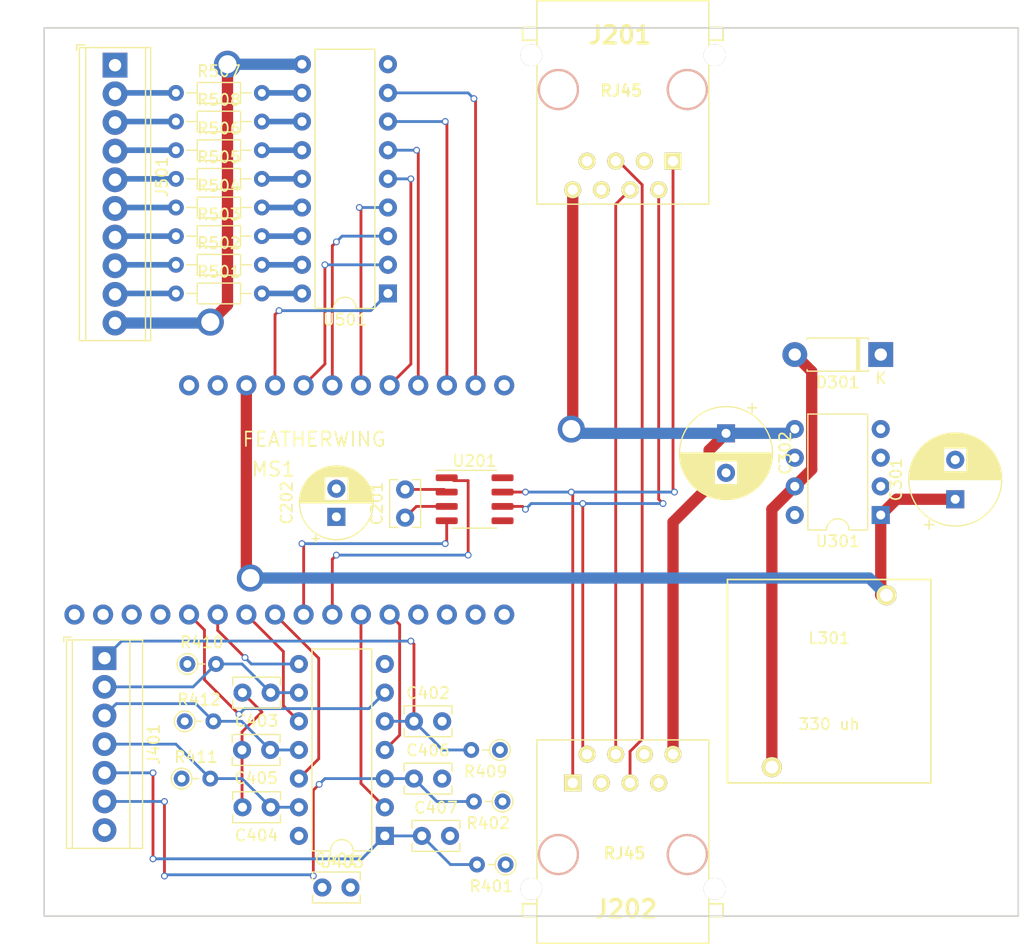
<source format=kicad_pcb>
(kicad_pcb (version 20211014) (generator pcbnew)
  (layers (0 "F.Cu" signal) (31 "B.Cu" signal) (34 "B.Paste" user) (35 "F.Paste" user) (36 "B.SilkS" user "B.Silkscreen") (37 "F.SilkS" user "F.Silkscreen") (38 "B.Mask" user) (39 "F.Mask" user) (44 "Edge.Cuts" user))
  (net 0 "")
  (net 1 "/N$25")
  (net 2 "/N$24")
  (net 3 "/N$23")
  (net 4 "/N$22")
  (net 5 "/N$21")
  (net 6 "/N$20")
  (net 7 "/N$19")
  (net 8 "/N$5")
  (net 9 "/N$3")
  (net 10 "/N$1")
  (net 11 "/VBAT")
  (net 12 "/N$18")
  (net 13 "/AREF")
  (net 14 "/N$15")
  (net 15 "/N$14")
  (net 16 "/N$13")
  (net 17 "/N$12")
  (net 18 "/N$9")
  (net 19 "/N$8")
  (net 20 "/N$7")
  (net 21 "/N$6")
  (net 22 "/N$4")
  (net 23 "/N$2")
  (net 24 "GND")
  (net 25 "+5V")
  (net 26 "/CAN Transceiver/+12V CAN Power")
  (net 27 "+3V3")
  (net 28 "Net-(C402-Pad1)")
  (net 29 "Net-(C403-Pad1)")
  (net 30 "Net-(C404-Pad1)")
  (net 31 "Net-(C405-Pad1)")
  (net 32 "Net-(C406-Pad1)")
  (net 33 "Net-(C407-Pad1)")
  (net 34 "Net-(D301-Pad2)")
  (net 35 "Net-(J201-Pad5)")
  (net 36 "Net-(J201-Pad4)")
  (net 37 "/CAN Transceiver/CANL")
  (net 38 "/CAN Transceiver/CANH")
  (net 39 "/Eight LEDs/LEDPower")
  (net 40 "Net-(J501-Pad2)")
  (net 41 "Net-(J501-Pad3)")
  (net 42 "Net-(J501-Pad7)")
  (net 43 "Net-(R501-Pad2)")
  (net 44 "Net-(R502-Pad2)")
  (net 45 "Net-(R503-Pad2)")
  (net 46 "Net-(R504-Pad2)")
  (net 47 "Net-(R505-Pad2)")
  (net 48 "Net-(R506-Pad2)")
  (net 49 "/CAN_TX")
  (net 50 "/CAN_RX")
  (net 53 "Net-(R507-Pad2)")
  (net 54 "Net-(R508-Pad2)")
  (net 55 "Net-(R506-Pad1)")
  (net 56 "Net-(R505-Pad1)")
  (net 57 "Net-(R504-Pad1)")
  (net 58 "Net-(R502-Pad1)")
  (net 59 "Net-(R501-Pad1)")
  (footprint "Resistor_THT:R_Axial_DIN0204_L3.6mm_D1.6mm_P7.62mm_Horizontal" (layer "F.Cu") (at 138.684 43.8588)
    (fp_text reference "R507" (at 3.81 -1.92) (layer "F.SilkS"))
    (fp_text value "1.5K Ohms")
    (pad "1" thru_hole circle (at 0 0) (size 1.4 1.4) (drill 0.7) (layers *.Cu *.Mask) (net 40 "Net-(J501-Pad2)"))
    (pad "2" thru_hole oval (at 7.62 0) (size 1.4 1.4) (drill 0.7) (layers *.Cu *.Mask) (net 53 "Net-(R507-Pad2)"))
  )
  (footprint "TerminalBlock_TE-Connectivity:TerminalBlock_TE_282834-7_1x07_P2.54mm_Horizontal" (layer "F.Cu") (at 132.354 93.975 -90)
    (fp_text reference "J401" (at 7.62 -4.37 90) (layer "F.SilkS"))
    (fp_text value "1 2 3 4 5 6 G")
    (pad "1" thru_hole rect (at 0 0 270) (size 2.1 2.1) (drill 1.1) (layers *.Cu *.Mask) (net 28 "Net-(C402-Pad1)"))
    (pad "2" thru_hole circle (at 2.54 0 270) (size 2.1 2.1) (drill 1.1) (layers *.Cu *.Mask) (net 29 "Net-(C403-Pad1)"))
    (pad "3" thru_hole circle (at 5.08 0 270) (size 2.1 2.1) (drill 1.1) (layers *.Cu *.Mask) (net 31 "Net-(C405-Pad1)"))
    (pad "4" thru_hole circle (at 7.62 0 270) (size 2.1 2.1) (drill 1.1) (layers *.Cu *.Mask) (net 30 "Net-(C404-Pad1)"))
    (pad "5" thru_hole circle (at 10.16 0 270) (size 2.1 2.1) (drill 1.1) (layers *.Cu *.Mask) (net 33 "Net-(C407-Pad1)"))
    (pad "6" thru_hole circle (at 12.7 0 270) (size 2.1 2.1) (drill 1.1) (layers *.Cu *.Mask) (net 32 "Net-(C406-Pad1)"))
    (pad "7" thru_hole circle (at 15.24 0 270) (size 2.1 2.1) (drill 1.1) (layers *.Cu *.Mask) (net 24 "GND"))
  )
  (footprint "Resistor_THT:R_Axial_DIN0204_L3.6mm_D1.6mm_P7.62mm_Horizontal" (layer "F.Cu") (at 138.684 46.3988)
    (fp_text reference "R508" (at 3.81 -1.92) (layer "F.SilkS"))
    (fp_text value "1.5K Ohms")
    (pad "1" thru_hole circle (at 0 0) (size 1.4 1.4) (drill 0.7) (layers *.Cu *.Mask) (net 41 "Net-(J501-Pad3)"))
    (pad "2" thru_hole oval (at 7.62 0) (size 1.4 1.4) (drill 0.7) (layers *.Cu *.Mask) (net 54 "Net-(R508-Pad2)"))
  )
  (footprint "Capacitor_THT:C_Rect_L4.0mm_W2.5mm_P2.50mm" (layer "F.Cu") (at 151.658 114.3)
    (fp_text reference "C401" (at 1.25 -2.5) (layer "F.SilkS"))
    (fp_text value ".1 uf")
    (pad "1" thru_hole circle (at 0 0) (size 1.6 1.6) (drill 0.8) (layers *.Cu *.Mask) (net 27 "+3V3"))
    (pad "2" thru_hole circle (at 2.5 0) (size 1.6 1.6) (drill 0.8) (layers *.Cu *.Mask) (net 24 "GND"))
  )
  (footprint "Resistor_THT:R_Axial_DIN0204_L3.6mm_D1.6mm_P2.54mm_Vertical" (layer "F.Cu") (at 139.466 99.568)
    (fp_text reference "R412" (at 1.27 -1.92) (layer "F.SilkS"))
    (fp_text value "10K Ohms")
    (pad "1" thru_hole circle (at 0 0) (size 1.4 1.4) (drill 0.7) (layers *.Cu *.Mask) (net 27 "+3V3"))
    (pad "2" thru_hole oval (at 2.54 0) (size 1.4 1.4) (drill 0.7) (layers *.Cu *.Mask) (net 31 "Net-(C405-Pad1)"))
  )
  (footprint "Package_DIP:DIP-8_W7.62mm" (layer "F.Cu") (at 201.168 81.28 180)
    (fp_text reference "U301" (at 3.81 -2.33) (layer "F.SilkS"))
    (fp_text value "LM2574N-5.0")
    (pad "1" thru_hole rect (at 0 0 180) (size 1.6 1.6) (drill 0.8) (layers *.Cu *.Mask) (net 25 "+5V"))
    (pad "2" thru_hole oval (at 0 2.54 180) (size 1.6 1.6) (drill 0.8) (layers *.Cu *.Mask) (net 24 "GND"))
    (pad "3" thru_hole oval (at 0 5.08 180) (size 1.6 1.6) (drill 0.8) (layers *.Cu *.Mask) (net 24 "GND"))
    (pad "4" thru_hole oval (at 0 7.62 180) (size 1.6 1.6) (drill 0.8) (layers *.Cu *.Mask) (net 24 "GND"))
    (pad "5" thru_hole oval (at 7.62 7.62 180) (size 1.6 1.6) (drill 0.8) (layers *.Cu *.Mask) (net 26 "/CAN Transceiver/+12V CAN Power"))
    (pad "6" thru_hole oval (at 7.62 5.08 180) (size 1.6 1.6) (drill 0.8) (layers *.Cu *.Mask))
    (pad "7" thru_hole oval (at 7.62 2.54 180) (size 1.6 1.6) (drill 0.8) (layers *.Cu *.Mask) (net 34 "Net-(D301-Pad2)"))
    (pad "8" thru_hole oval (at 7.62 0 180) (size 1.6 1.6) (drill 0.8) (layers *.Cu *.Mask))
  )
  (footprint "PELowProfile:PE-LowProfile" (layer "F.Cu") (at 196.596 96.012)
    (fp_text reference "L301" (at 0 -3.81) (layer "F.SilkS"))
    (fp_text value "330 uh" (at 0 3.81) (layer "F.SilkS"))
    (pad "1" thru_hole circle (at 5.08 -7.62) (size 1.78 1.78) (drill 1.14) (layers *.Cu *.Mask "F.SilkS") (net 25 "+5V"))
    (pad "2" thru_hole circle (at -5.08 7.62) (size 1.78 1.78) (drill 1.14) (layers *.Cu *.Mask "F.SilkS") (net 34 "Net-(D301-Pad2)"))
  )
  (footprint "Capacitor_THT:CP_Radial_D8.0mm_P3.50mm" (layer "F.Cu") (at 207.772 79.884651 90)
    (fp_text reference "C301" (at 1.75 -5.25 90) (layer "F.SilkS"))
    (fp_text value "220 uf 25V")
    (pad "1" thru_hole rect (at 0 0 90) (size 1.6 1.6) (drill 0.8) (layers *.Cu *.Mask) (net 25 "+5V"))
    (pad "2" thru_hole circle (at 3.5 0 90) (size 1.6 1.6) (drill 0.8) (layers *.Cu *.Mask) (net 24 "GND"))
  )
  (footprint "TerminalBlock_Phoenix:TerminalBlock_Phoenix_MPT-0,5-10-2.54_1x10_P2.54mm_Horizontal" (layer "F.Cu") (at 133.288 41.4008 -90)
    (fp_text reference "J501" (at 9.906 -4.16 90) (layer "F.SilkS"))
    (fp_text value "+ 1 2 3 4  5 6 -")
    (pad "1" thru_hole rect (at 0 0 270) (size 2.2 2.2) (drill 1.1) (layers *.Cu *.Mask) (net 24 "GND"))
    (pad "2" thru_hole circle (at 2.54 0 270) (size 2.2 2.2) (drill 1.1) (layers *.Cu *.Mask) (net 40 "Net-(J501-Pad2)"))
    (pad "3" thru_hole circle (at 5.08 0 270) (size 2.2 2.2) (drill 1.1) (layers *.Cu *.Mask) (net 41 "Net-(J501-Pad3)"))
    (pad "4" thru_hole circle (at 7.62 0 270) (size 2.2 2.2) (drill 1.1) (layers *.Cu *.Mask) (net 55 "Net-(R506-Pad1)"))
    (pad "5" thru_hole circle (at 10.16 0 270) (size 2.2 2.2) (drill 1.1) (layers *.Cu *.Mask) (net 56 "Net-(R505-Pad1)"))
    (pad "6" thru_hole circle (at 12.7 0 270) (size 2.2 2.2) (drill 1.1) (layers *.Cu *.Mask) (net 57 "Net-(R504-Pad1)"))
    (pad "7" thru_hole circle (at 15.24 0 270) (size 2.2 2.2) (drill 1.1) (layers *.Cu *.Mask) (net 42 "Net-(J501-Pad7)"))
    (pad "8" thru_hole circle (at 17.78 0 270) (size 2.2 2.2) (drill 1.1) (layers *.Cu *.Mask) (net 58 "Net-(R502-Pad1)"))
    (pad "9" thru_hole circle (at 20.32 0 270) (size 2.2 2.2) (drill 1.1) (layers *.Cu *.Mask) (net 59 "Net-(R501-Pad1)"))
    (pad "10" thru_hole circle (at 22.86 0 270) (size 2.2 2.2) (drill 1.1) (layers *.Cu *.Mask) (net 39 "/Eight LEDs/LEDPower"))
  )
  (footprint "FeatherWing:FEATHERWING" (layer "F.Cu") (at 123.3384 91.3748)
    (fp_text reference "MS1" (at 23.9816 -14.1588) (layer "F.SilkS") (effects (font (size 1.27 1.27))))
    (fp_text value "FEATHERWING" (at 27.6 -16.8) (layer "F.SilkS") (effects (font (size 1.27 1.27))))
    (pad "1" thru_hole circle (at 6.35 -1.27) (size 1.778 1.778) (drill 0.99822) (layers *.Cu *.Paste *.Mask) (net 12 "/N$18"))
    (pad "2" thru_hole circle (at 8.89 -1.27) (size 1.778 1.778) (drill 0.99822) (layers *.Cu *.Paste *.Mask) (net 27 "+3V3"))
    (pad "3" thru_hole circle (at 11.43 -1.27) (size 1.778 1.778) (drill 0.99822) (layers *.Cu *.Paste *.Mask) (net 13 "/AREF"))
    (pad "4" thru_hole circle (at 13.97 -1.27) (size 1.778 1.778) (drill 0.99822) (layers *.Cu *.Paste *.Mask) (net 24 "GND"))
    (pad "5" thru_hole circle (at 16.51 -1.27) (size 1.778 1.778) (drill 0.99822) (layers *.Cu *.Paste *.Mask) (net 14 "/N$15"))
    (pad "6" thru_hole circle (at 19.05 -1.27) (size 1.778 1.778) (drill 0.99822) (layers *.Cu *.Paste *.Mask) (net 15 "/N$14"))
    (pad "7" thru_hole circle (at 21.59 -1.27) (size 1.778 1.778) (drill 0.99822) (layers *.Cu *.Paste *.Mask) (net 16 "/N$13"))
    (pad "8" thru_hole circle (at 24.13 -1.27) (size 1.778 1.778) (drill 0.99822) (layers *.Cu *.Paste *.Mask) (net 17 "/N$12"))
    (pad "9" thru_hole circle (at 26.67 -1.27) (size 1.778 1.778) (drill 0.99822) (layers *.Cu *.Paste *.Mask) (net 50 "/CAN_RX"))
    (pad "10" thru_hole circle (at 29.21 -1.27) (size 1.778 1.778) (drill 0.99822) (layers *.Cu *.Paste *.Mask) (net 49 "/CAN_TX"))
    (pad "11" thru_hole circle (at 31.75 -1.27) (size 1.778 1.778) (drill 0.99822) (layers *.Cu *.Paste *.Mask) (net 18 "/N$9"))
    (pad "12" thru_hole circle (at 34.29 -1.27) (size 1.778 1.778) (drill 0.99822) (layers *.Cu *.Paste *.Mask) (net 19 "/N$8"))
    (pad "13" thru_hole circle (at 36.83 -1.27) (size 1.778 1.778) (drill 0.99822) (layers *.Cu *.Paste *.Mask) (net 20 "/N$7"))
    (pad "14" thru_hole circle (at 39.37 -1.27) (size 1.778 1.778) (drill 0.99822) (layers *.Cu *.Paste *.Mask) (net 21 "/N$6"))
    (pad "15" thru_hole circle (at 41.91 -1.27) (size 1.778 1.778) (drill 0.99822) (layers *.Cu *.Paste *.Mask) (net 22 "/N$4"))
    (pad "16" thru_hole circle (at 44.45 -1.27) (size 1.778 1.778) (drill 0.99822) (layers *.Cu *.Paste *.Mask) (net 23 "/N$2"))
    (pad "17" thru_hole circle (at 44.45 -21.59) (size 1.778 1.778) (drill 0.99822) (layers *.Cu *.Paste *.Mask) (net 1 "/N$25"))
    (pad "18" thru_hole circle (at 41.91 -21.59) (size 1.778 1.778) (drill 0.99822) (layers *.Cu *.Paste *.Mask) (net 2 "/N$24"))
    (pad "19" thru_hole circle (at 39.37 -21.59) (size 1.778 1.778) (drill 0.99822) (layers *.Cu *.Paste *.Mask) (net 3 "/N$23"))
    (pad "20" thru_hole circle (at 36.83 -21.59) (size 1.778 1.778) (drill 0.99822) (layers *.Cu *.Paste *.Mask) (net 4 "/N$22"))
    (pad "21" thru_hole circle (at 34.29 -21.59) (size 1.778 1.778) (drill 0.99822) (layers *.Cu *.Paste *.Mask) (net 5 "/N$21"))
    (pad "22" thru_hole circle (at 31.75 -21.59) (size 1.778 1.778) (drill 0.99822) (layers *.Cu *.Paste *.Mask) (net 6 "/N$20"))
    (pad "23" thru_hole circle (at 29.21 -21.59) (size 1.778 1.778) (drill 0.99822) (layers *.Cu *.Paste *.Mask) (net 7 "/N$19"))
    (pad "24" thru_hole circle (at 26.67 -21.59) (size 1.778 1.778) (drill 0.99822) (layers *.Cu *.Paste *.Mask) (net 8 "/N$5"))
    (pad "25" thru_hole circle (at 24.13 -21.59) (size 1.778 1.778) (drill 0.99822) (layers *.Cu *.Paste *.Mask) (net 9 "/N$3"))
    (pad "26" thru_hole circle (at 21.59 -21.59) (size 1.778 1.778) (drill 0.99822) (layers *.Cu *.Paste *.Mask) (net 25 "+5V"))
    (pad "27" thru_hole circle (at 19.05 -21.59) (size 1.778 1.778) (drill 0.99822) (layers *.Cu *.Paste *.Mask) (net 10 "/N$1"))
    (pad "28" thru_hole circle (at 16.51 -21.59) (size 1.778 1.778) (drill 0.99822) (layers *.Cu *.Paste *.Mask) (net 11 "/VBAT"))
  )
  (footprint "Capacitor_THT:C_Rect_L4.0mm_W2.5mm_P2.50mm" (layer "F.Cu") (at 159.786 99.568)
    (fp_text reference "C402" (at 1.25 -2.5) (layer "F.SilkS"))
    (fp_text value "10 nf")
    (pad "1" thru_hole circle (at 0 0) (size 1.6 1.6) (drill 0.8) (layers *.Cu *.Mask) (net 28 "Net-(C402-Pad1)"))
    (pad "2" thru_hole circle (at 2.5 0) (size 1.6 1.6) (drill 0.8) (layers *.Cu *.Mask) (net 24 "GND"))
  )
  (footprint "Capacitor_THT:C_Rect_L4.0mm_W2.5mm_P2.50mm" (layer "F.Cu") (at 147.086 97.028 180)
    (fp_text reference "C403" (at 1.25 -2.5) (layer "F.SilkS"))
    (fp_text value "10 nf")
    (pad "1" thru_hole circle (at 0 0 180) (size 1.6 1.6) (drill 0.8) (layers *.Cu *.Mask) (net 29 "Net-(C403-Pad1)"))
    (pad "2" thru_hole circle (at 2.5 0 180) (size 1.6 1.6) (drill 0.8) (layers *.Cu *.Mask) (net 24 "GND"))
  )
  (footprint "Resistor_THT:R_Axial_DIN0204_L3.6mm_D1.6mm_P7.62mm_Horizontal" (layer "F.Cu") (at 138.684 61.6388)
    (fp_text reference "R501" (at 3.81 -1.92) (layer "F.SilkS"))
    (fp_text value "1.5K Ohms")
    (pad "1" thru_hole circle (at 0 0) (size 1.4 1.4) (drill 0.7) (layers *.Cu *.Mask) (net 59 "Net-(R501-Pad1)"))
    (pad "2" thru_hole oval (at 7.62 0) (size 1.4 1.4) (drill 0.7) (layers *.Cu *.Mask) (net 43 "Net-(R501-Pad2)"))
  )
  (footprint "Capacitor_THT:C_Rect_L4.0mm_W2.5mm_P2.50mm" (layer "F.Cu") (at 147.046 102.108 180)
    (fp_text reference "C405" (at 1.25 -2.5) (layer "F.SilkS"))
    (fp_text value "10 nf")
    (pad "1" thru_hole circle (at 0 0 180) (size 1.6 1.6) (drill 0.8) (layers *.Cu *.Mask) (net 31 "Net-(C405-Pad1)"))
    (pad "2" thru_hole circle (at 2.5 0 180) (size 1.6 1.6) (drill 0.8) (layers *.Cu *.Mask) (net 24 "GND"))
  )
  (footprint "Resistor_THT:R_Axial_DIN0204_L3.6mm_D1.6mm_P2.54mm_Vertical" (layer "F.Cu") (at 167.406 102.108 180)
    (fp_text reference "R409" (at 1.27 -1.92) (layer "F.SilkS"))
    (fp_text value "10K Ohms")
    (pad "1" thru_hole circle (at 0 0 180) (size 1.4 1.4) (drill 0.7) (layers *.Cu *.Mask) (net 27 "+3V3"))
    (pad "2" thru_hole oval (at 2.54 0 180) (size 1.4 1.4) (drill 0.7) (layers *.Cu *.Mask) (net 28 "Net-(C402-Pad1)"))
  )
  (footprint "Capacitor_THT:C_Rect_L4.0mm_W2.5mm_P2.50mm" (layer "F.Cu") (at 159.786 104.648)
    (fp_text reference "C406" (at 1.25 -2.5) (layer "F.SilkS"))
    (fp_text value "10 nf")
    (pad "1" thru_hole circle (at 0 0) (size 1.6 1.6) (drill 0.8) (layers *.Cu *.Mask) (net 32 "Net-(C406-Pad1)"))
    (pad "2" thru_hole circle (at 2.5 0) (size 1.6 1.6) (drill 0.8) (layers *.Cu *.Mask) (net 24 "GND"))
  )
  (footprint "Resistor_THT:R_Axial_DIN0204_L3.6mm_D1.6mm_P2.54mm_Vertical" (layer "F.Cu") (at 167.64 106.68 180)
    (fp_text reference "R402" (at 1.27 -1.92) (layer "F.SilkS"))
    (fp_text value "10K Ohms")
    (pad "1" thru_hole circle (at 0 0 180) (size 1.4 1.4) (drill 0.7) (layers *.Cu *.Mask) (net 27 "+3V3"))
    (pad "2" thru_hole oval (at 2.54 0 180) (size 1.4 1.4) (drill 0.7) (layers *.Cu *.Mask) (net 32 "Net-(C406-Pad1)"))
  )
  (footprint "Capacitor_THT:CP_Radial_D8.0mm_P3.50mm" (layer "F.Cu") (at 187.452 74.039349 -90)
    (fp_text reference "C302" (at 1.75 -5.25 90) (layer "F.SilkS"))
    (fp_text value "22 uf 100V")
    (pad "1" thru_hole rect (at 0 0 270) (size 1.6 1.6) (drill 0.8) (layers *.Cu *.Mask) (net 26 "/CAN Transceiver/+12V CAN Power"))
    (pad "2" thru_hole circle (at 3.5 0 270) (size 1.6 1.6) (drill 0.8) (layers *.Cu *.Mask) (net 24 "GND"))
  )
  (footprint "Capacitor_THT:C_Rect_L4.0mm_W2.5mm_P2.50mm" (layer "F.Cu") (at 147.086 107.188 180)
    (fp_text reference "C404" (at 1.25 -2.5) (layer "F.SilkS"))
    (fp_text value "10 nf")
    (pad "1" thru_hole circle (at 0 0 180) (size 1.6 1.6) (drill 0.8) (layers *.Cu *.Mask) (net 30 "Net-(C404-Pad1)"))
    (pad "2" thru_hole circle (at 2.5 0 180) (size 1.6 1.6) (drill 0.8) (layers *.Cu *.Mask) (net 24 "GND"))
  )
  (footprint "Capacitor_THT:C_Rect_L4.0mm_W2.5mm_P2.50mm" (layer "F.Cu") (at 159.004 81.514 90)
    (fp_text reference "C201" (at 1.25 -2.5 90) (layer "F.SilkS"))
    (fp_text value ".1 uf")
    (pad "1" thru_hole circle (at 0 0 90) (size 1.6 1.6) (drill 0.8) (layers *.Cu *.Mask) (net 27 "+3V3"))
    (pad "2" thru_hole circle (at 2.5 0 90) (size 1.6 1.6) (drill 0.8) (layers *.Cu *.Mask) (net 24 "GND"))
  )
  (footprint "Resistor_THT:R_Axial_DIN0204_L3.6mm_D1.6mm_P7.62mm_Horizontal" (layer "F.Cu") (at 138.684 48.9388)
    (fp_text reference "R506" (at 3.81 -1.92) (layer "F.SilkS"))
    (fp_text value "1.5K Ohms")
    (pad "1" thru_hole circle (at 0 0) (size 1.4 1.4) (drill 0.7) (layers *.Cu *.Mask) (net 55 "Net-(R506-Pad1)"))
    (pad "2" thru_hole oval (at 7.62 0) (size 1.4 1.4) (drill 0.7) (layers *.Cu *.Mask) (net 48 "Net-(R506-Pad2)"))
  )
  (footprint "Resistor_THT:R_Axial_DIN0204_L3.6mm_D1.6mm_P7.62mm_Horizontal" (layer "F.Cu") (at 138.684 59.0988)
    (fp_text reference "R502" (at 3.81 -1.92) (layer "F.SilkS"))
    (fp_text value "1.5K Ohms")
    (pad "1" thru_hole circle (at 0 0) (size 1.4 1.4) (drill 0.7) (layers *.Cu *.Mask) (net 58 "Net-(R502-Pad1)"))
    (pad "2" thru_hole oval (at 7.62 0) (size 1.4 1.4) (drill 0.7) (layers *.Cu *.Mask) (net 44 "Net-(R502-Pad2)"))
  )
  (footprint "Resistor_THT:R_Axial_DIN0204_L3.6mm_D1.6mm_P7.62mm_Horizontal" (layer "F.Cu") (at 138.684 51.4788)
    (fp_text reference "R505" (at 3.81 -1.92) (layer "F.SilkS"))
    (fp_text value "1.5K Ohms")
    (pad "1" thru_hole circle (at 0 0) (size 1.4 1.4) (drill 0.7) (layers *.Cu *.Mask) (net 56 "Net-(R505-Pad1)"))
    (pad "2" thru_hole oval (at 7.62 0) (size 1.4 1.4) (drill 0.7) (layers *.Cu *.Mask) (net 47 "Net-(R505-Pad2)"))
  )
  (footprint "RJ45-8N-S:RJ45_8N-S" (layer "F.Cu") (at 178.308 43.561 180)
    (fp_text reference "J201" (at 0.254 4.826) (layer "F.SilkS") (effects (font (size 1.524 1.524) (thickness 0.3048))))
    (fp_text value "RJ45" (at 0.14224 -0.1016) (layer "F.SilkS") (effects (font (size 1.00076 1.00076) (thickness 0.2032))))
    (pad "" thru_hole circle (at -8.128 3.048 180) (size 1.9304 1.9304) (drill 1.9304) (layers *.Cu *.Mask "F.SilkS"))
    (pad "" thru_hole circle (at 8.128 3.048 180) (size 1.9304 1.9304) (drill 1.9304) (layers *.Cu *.Mask "F.SilkS"))
    (pad "" np_thru_hole circle (at 5.715 0 180) (size 3.64998 3.64998) (drill 3.2512) (layers *.Cu *.SilkS *.Mask))
    (pad "" np_thru_hole circle (at -5.715 0 180) (size 3.64998 3.64998) (drill 3.2512) (layers *.Cu *.SilkS *.Mask))
    (pad "1" thru_hole rect (at -4.445 -6.35 180) (size 1.50114 1.50114) (drill 0.89916) (layers *.Cu *.Mask "F.SilkS") (net 38 "/CAN Transceiver/CANH"))
    (pad "2" thru_hole circle (at -3.175 -8.89 180) (size 1.50114 1.50114) (drill 0.89916) (layers *.Cu *.Mask "F.SilkS") (net 37 "/CAN Transceiver/CANL"))
    (pad "3" thru_hole circle (at -1.905 -6.35 180) (size 1.50114 1.50114) (drill 0.89916) (layers *.Cu *.Mask "F.SilkS") (net 24 "GND"))
    (pad "4" thru_hole circle (at -0.635 -8.89 180) (size 1.50114 1.50114) (drill 0.89916) (layers *.Cu *.Mask "F.SilkS") (net 36 "Net-(J201-Pad4)"))
    (pad "5" thru_hole circle (at 0.635 -6.35 180) (size 1.50114 1.50114) (drill 0.89916) (layers *.Cu *.Mask "F.SilkS") (net 35 "Net-(J201-Pad5)"))
    (pad "6" thru_hole circle (at 1.905 -8.89 180) (size 1.50114 1.50114) (drill 0.89916) (layers *.Cu *.Mask "F.SilkS") (net 24 "GND"))
    (pad "7" thru_hole circle (at 3.175 -6.35 180) (size 1.50114 1.50114) (drill 0.89916) (layers *.Cu *.Mask "F.SilkS") (net 24 "GND"))
    (pad "8" thru_hole circle (at 4.445 -8.89 180) (size 1.50114 1.50114) (drill 0.89916) (layers *.Cu *.Mask "F.SilkS") (net 26 "/CAN Transceiver/+12V CAN Power"))
  )
  (footprint "Package_DIP:DIP-18_W7.62mm" (layer "F.Cu") (at 157.48 61.6388 180)
    (fp_text reference "U501" (at 3.81 -2.33) (layer "F.SilkS"))
    (fp_text value "TBD62084A")
    (pad "1" thru_hole rect (at 0 0 180) (size 1.6 1.6) (drill 0.8) (layers *.Cu *.Mask) (net 9 "/N$3"))
    (pad "2" thru_hole oval (at 0 2.54 180) (size 1.6 1.6) (drill 0.8) (layers *.Cu *.Mask) (net 8 "/N$5"))
    (pad "3" thru_hole oval (at 0 5.08 180) (size 1.6 1.6) (drill 0.8) (layers *.Cu *.Mask) (net 7 "/N$19"))
    (pad "4" thru_hole oval (at 0 7.62 180) (size 1.6 1.6) (drill 0.8) (layers *.Cu *.Mask) (net 6 "/N$20"))
    (pad "5" thru_hole oval (at 0 10.16 180) (size 1.6 1.6) (drill 0.8) (layers *.Cu *.Mask) (net 5 "/N$21"))
    (pad "6" thru_hole oval (at 0 12.7 180) (size 1.6 1.6) (drill 0.8) (layers *.Cu *.Mask) (net 4 "/N$22"))
    (pad "7" thru_hole oval (at 0 15.24 180) (size 1.6 1.6) (drill 0.8) (layers *.Cu *.Mask) (net 3 "/N$23"))
    (pad "8" thru_hole oval (at 0 17.78 180) (size 1.6 1.6) (drill 0.8) (layers *.Cu *.Mask) (net 2 "/N$24"))
    (pad "9" thru_hole oval (at 0 20.32 180) (size 1.6 1.6) (drill 0.8) (layers *.Cu *.Mask) (net 24 "GND"))
    (pad "10" thru_hole oval (at 7.62 20.32 180) (size 1.6 1.6) (drill 0.8) (layers *.Cu *.Mask) (net 39 "/Eight LEDs/LEDPower"))
    (pad "11" thru_hole oval (at 7.62 17.78 180) (size 1.6 1.6) (drill 0.8) (layers *.Cu *.Mask) (net 53 "Net-(R507-Pad2)"))
    (pad "12" thru_hole oval (at 7.62 15.24 180) (size 1.6 1.6) (drill 0.8) (layers *.Cu *.Mask) (net 54 "Net-(R508-Pad2)"))
    (pad "13" thru_hole oval (at 7.62 12.7 180) (size 1.6 1.6) (drill 0.8) (layers *.Cu *.Mask) (net 48 "Net-(R506-Pad2)"))
    (pad "14" thru_hole oval (at 7.62 10.16 180) (size 1.6 1.6) (drill 0.8) (layers *.Cu *.Mask) (net 47 "Net-(R505-Pad2)"))
    (pad "15" thru_hole oval (at 7.62 7.62 180) (size 1.6 1.6) (drill 0.8) (layers *.Cu *.Mask) (net 46 "Net-(R504-Pad2)"))
    (pad "16" thru_hole oval (at 7.62 5.08 180) (size 1.6 1.6) (drill 0.8) (layers *.Cu *.Mask) (net 45 "Net-(R503-Pad2)"))
    (pad "17" thru_hole oval (at 7.62 2.54 180) (size 1.6 1.6) (drill 0.8) (layers *.Cu *.Mask) (net 44 "Net-(R502-Pad2)"))
    (pad "18" thru_hole oval (at 7.62 0 180) (size 1.6 1.6) (drill 0.8) (layers *.Cu *.Mask) (net 43 "Net-(R501-Pad2)"))
  )
  (footprint "Capacitor_THT:CP_Radial_D6.3mm_P2.50mm" (layer "F.Cu") (at 152.908 81.446379 90)
    (fp_text reference "C202" (at 1.25 -4.4 90) (layer "F.SilkS"))
    (fp_text value "15 uf 15V")
    (pad "1" thru_hole rect (at 0 0 90) (size 1.6 1.6) (drill 0.8) (layers *.Cu *.Mask) (net 27 "+3V3"))
    (pad "2" thru_hole circle (at 2.5 0 90) (size 1.6 1.6) (drill 0.8) (layers *.Cu *.Mask) (net 24 "GND"))
  )
  (footprint "Resistor_THT:R_Axial_DIN0204_L3.6mm_D1.6mm_P2.54mm_Vertical" (layer "F.Cu") (at 167.914 112.268 180)
    (fp_text reference "R401" (at 1.27 -1.92) (layer "F.SilkS"))
    (fp_text value "10K Ohms")
    (pad "1" thru_hole circle (at 0 0 180) (size 1.4 1.4) (drill 0.7) (layers *.Cu *.Mask) (net 27 "+3V3"))
    (pad "2" thru_hole oval (at 2.54 0 180) (size 1.4 1.4) (drill 0.7) (layers *.Cu *.Mask) (net 33 "Net-(C407-Pad1)"))
  )
  (footprint "Capacitor_THT:C_Rect_L4.0mm_W2.5mm_P2.50mm" (layer "F.Cu") (at 160.486 109.728)
    (fp_text reference "C407" (at 1.25 -2.5) (layer "F.SilkS"))
    (fp_text value "10 nf")
    (pad "1" thru_hole circle (at 0 0) (size 1.6 1.6) (drill 0.8) (layers *.Cu *.Mask) (net 33 "Net-(C407-Pad1)"))
    (pad "2" thru_hole circle (at 2.5 0) (size 1.6 1.6) (drill 0.8) (layers *.Cu *.Mask) (net 24 "GND"))
  )
  (footprint "Resistor_THT:R_Axial_DIN0204_L3.6mm_D1.6mm_P2.54mm_Vertical" (layer "F.Cu") (at 139.7 94.488)
    (fp_text reference "R410" (at 1.27 -1.92) (layer "F.SilkS"))
    (fp_text value "10K Ohms")
    (pad "1" thru_hole circle (at 0 0) (size 1.4 1.4) (drill 0.7) (layers *.Cu *.Mask) (net 27 "+3V3"))
    (pad "2" thru_hole oval (at 2.54 0) (size 1.4 1.4) (drill 0.7) (layers *.Cu *.Mask) (net 29 "Net-(C403-Pad1)"))
  )
  (footprint "Package_SO:SOIC-8_3.9x4.9mm_P1.27mm" (layer "F.Cu") (at 165.165 79.883)
    (fp_text reference "U201" (at 0 -3.4) (layer "F.SilkS"))
    (fp_text value "TCAN332DR")
    (pad "1" smd roundrect (at -2.475 -1.905) (size 1.95 0.6) (layers "F.Cu" "F.Paste" "F.Mask") (net 49 "/CAN_TX"))
    (pad "2" smd roundrect (at -2.475 -0.635) (size 1.95 0.6) (layers "F.Cu" "F.Paste" "F.Mask") (net 24 "GND"))
    (pad "3" smd roundrect (at -2.475 0.635) (size 1.95 0.6) (layers "F.Cu" "F.Paste" "F.Mask") (net 27 "+3V3"))
    (pad "4" smd roundrect (at -2.475 1.905) (size 1.95 0.6) (layers "F.Cu" "F.Paste" "F.Mask") (net 50 "/CAN_RX"))
    (pad "5" smd roundrect (at 2.475 1.905) (size 1.95 0.6) (layers "F.Cu" "F.Paste" "F.Mask"))
    (pad "6" smd roundrect (at 2.475 0.635) (size 1.95 0.6) (layers "F.Cu" "F.Paste" "F.Mask") (net 37 "/CAN Transceiver/CANL"))
    (pad "7" smd roundrect (at 2.475 -0.635) (size 1.95 0.6) (layers "F.Cu" "F.Paste" "F.Mask") (net 38 "/CAN Transceiver/CANH"))
    (pad "8" smd roundrect (at 2.475 -1.905) (size 1.95 0.6) (layers "F.Cu" "F.Paste" "F.Mask"))
  )
  (footprint "Resistor_THT:R_Axial_DIN0204_L3.6mm_D1.6mm_P7.62mm_Horizontal" (layer "F.Cu") (at 138.684 54.0188)
    (fp_text reference "R504" (at 3.81 -1.92) (layer "F.SilkS"))
    (fp_text value "1.5K Ohms")
    (pad "1" thru_hole circle (at 0 0) (size 1.4 1.4) (drill 0.7) (layers *.Cu *.Mask) (net 57 "Net-(R504-Pad1)"))
    (pad "2" thru_hole oval (at 7.62 0) (size 1.4 1.4) (drill 0.7) (layers *.Cu *.Mask) (net 46 "Net-(R504-Pad2)"))
  )
  (footprint "Resistor_THT:R_Axial_DIN0204_L3.6mm_D1.6mm_P2.54mm_Vertical" (layer "F.Cu") (at 139.192 104.648)
    (fp_text reference "R411" (at 1.27 -1.92) (layer "F.SilkS"))
    (fp_text value "10K Ohms")
    (pad "1" thru_hole circle (at 0 0) (size 1.4 1.4) (drill 0.7) (layers *.Cu *.Mask) (net 27 "+3V3"))
    (pad "2" thru_hole oval (at 2.54 0) (size 1.4 1.4) (drill 0.7) (layers *.Cu *.Mask) (net 30 "Net-(C404-Pad1)"))
  )
  (footprint "Resistor_THT:R_Axial_DIN0204_L3.6mm_D1.6mm_P7.62mm_Horizontal" (layer "F.Cu") (at 138.684 56.5588)
    (fp_text reference "R503" (at 3.81 -1.92) (layer "F.SilkS"))
    (fp_text value "1.5K Ohms")
    (pad "1" thru_hole circle (at 0 0) (size 1.4 1.4) (drill 0.7) (layers *.Cu *.Mask) (net 42 "Net-(J501-Pad7)"))
    (pad "2" thru_hole oval (at 7.62 0) (size 1.4 1.4) (drill 0.7) (layers *.Cu *.Mask) (net 45 "Net-(R503-Pad2)"))
  )
  (footprint "RJ45-8N-S:RJ45_8N-S" (layer "F.Cu") (at 178.308 111.379)
    (fp_text reference "J202" (at 0.254 4.826) (layer "F.SilkS") (effects (font (size 1.524 1.524) (thickness 0.3048))))
    (fp_text value "RJ45" (at 0.14224 -0.1016) (layer "F.SilkS") (effects (font (size 1.00076 1.00076) (thickness 0.2032))))
    (pad "" np_thru_hole circle (at -5.715 0) (size 3.64998 3.64998) (drill 3.2512) (layers *.Cu *.SilkS *.Mask))
    (pad "" thru_hole circle (at -8.128 3.048) (size 1.9304 1.9304) (drill 1.9304) (layers *.Cu *.Mask "F.SilkS"))
    (pad "" np_thru_hole circle (at 5.715 0) (size 3.64998 3.64998) (drill 3.2512) (layers *.Cu *.SilkS *.Mask))
    (pad "" thru_hole circle (at 8.128 3.048) (size 1.9304 1.9304) (drill 1.9304) (layers *.Cu *.Mask "F.SilkS"))
    (pad "1" thru_hole rect (at -4.445 -6.35) (size 1.50114 1.50114) (drill 0.89916) (layers *.Cu *.Mask "F.SilkS") (net 38 "/CAN Transceiver/CANH"))
    (pad "2" thru_hole circle (at -3.175 -8.89) (size 1.50114 1.50114) (drill 0.89916) (layers *.Cu *.Mask "F.SilkS") (net 37 "/CAN Transceiver/CANL"))
    (pad "3" thru_hole circle (at -1.905 -6.35) (size 1.50114 1.50114) (drill 0.89916) (layers *.Cu *.Mask "F.SilkS") (net 24 "GND"))
    (pad "4" thru_hole circle (at -0.635 -8.89) (size 1.50114 1.50114) (drill 0.89916) (layers *.Cu *.Mask "F.SilkS") (net 36 "Net-(J201-Pad4)"))
    (pad "5" thru_hole circle (at 0.635 -6.35) (size 1.50114 1.50114) (drill 0.89916) (layers *.Cu *.Mask "F.SilkS") (net 35 "Net-(J201-Pad5)"))
    (pad "6" thru_hole circle (at 1.905 -8.89) (size 1.50114 1.50114) (drill 0.89916) (layers *.Cu *.Mask "F.SilkS") (net 24 "GND"))
    (pad "7" thru_hole circle (at 3.175 -6.35) (size 1.50114 1.50114) (drill 0.89916) (layers *.Cu *.Mask "F.SilkS") (net 24 "GND"))
    (pad "8" thru_hole circle (at 4.445 -8.89) (size 1.50114 1.50114) (drill 0.89916) (layers *.Cu *.Mask "F.SilkS") (net 26 "/CAN Transceiver/+12V CAN Power"))
  )
  (footprint "Package_DIP:DIP-14_W7.62mm" (layer "F.Cu") (at 157.206 109.728 180)
    (fp_text reference "U403" (at 3.81 -2.33) (layer "F.SilkS"))
    (fp_text value "74HCT14")
    (pad "1" thru_hole rect (at 0 0 180) (size 1.6 1.6) (drill 0.8) (layers *.Cu *.Mask) (net 33 "Net-(C407-Pad1)"))
    (pad "2" thru_hole oval (at 0 2.54 180) (size 1.6 1.6) (drill 0.8) (layers *.Cu *.Mask) (net 18 "/N$9"))
    (pad "3" thru_hole oval (at 0 5.08 180) (size 1.6 1.6) (drill 0.8) (layers *.Cu *.Mask) (net 32 "Net-(C406-Pad1)"))
    (pad "4" thru_hole oval (at 0 7.62 180) (size 1.6 1.6) (drill 0.8) (layers *.Cu *.Mask) (net 19 "/N$8"))
    (pad "5" thru_hole oval (at 0 10.16 180) (size 1.6 1.6) (drill 0.8) (layers *.Cu *.Mask) (net 28 "Net-(C402-Pad1)"))
    (pad "6" thru_hole oval (at 0 12.7 180) (size 1.6 1.6) (drill 0.8) (layers *.Cu *.Mask) (net 14 "/N$15"))
    (pad "7" thru_hole oval (at 0 15.24 180) (size 1.6 1.6) (drill 0.8) (layers *.Cu *.Mask) (net 24 "GND"))
    (pad "8" thru_hole oval (at 7.62 15.24 180) (size 1.6 1.6) (drill 0.8) (layers *.Cu *.Mask) (net 15 "/N$14"))
    (pad "9" thru_hole oval (at 7.62 12.7 180) (size 1.6 1.6) (drill 0.8) (layers *.Cu *.Mask) (net 29 "Net-(C403-Pad1)"))
    (pad "10" thru_hole oval (at 7.62 10.16 180) (size 1.6 1.6) (drill 0.8) (layers *.Cu *.Mask) (net 16 "/N$13"))
    (pad "11" thru_hole oval (at 7.62 7.62 180) (size 1.6 1.6) (drill 0.8) (layers *.Cu *.Mask) (net 31 "Net-(C405-Pad1)"))
    (pad "12" thru_hole oval (at 7.62 5.08 180) (size 1.6 1.6) (drill 0.8) (layers *.Cu *.Mask) (net 17 "/N$12"))
    (pad "13" thru_hole oval (at 7.62 2.54 180) (size 1.6 1.6) (drill 0.8) (layers *.Cu *.Mask) (net 30 "Net-(C404-Pad1)"))
    (pad "14" thru_hole oval (at 7.62 0 180) (size 1.6 1.6) (drill 0.8) (layers *.Cu *.Mask) (net 27 "+3V3"))
  )
  (footprint "Diode_THT:D_DO-41_SOD81_P7.62mm_Horizontal" (layer "F.Cu") (at 201.168 67.056 180)
    (fp_text reference "D301" (at 3.81 -2.47) (layer "F.SilkS"))
    (fp_text value "SB160-E3/54")
    (fp_text user "K" (at 0 -2.1) (layer "F.SilkS"))
    (pad "1" thru_hole rect (at 0 0 180) (size 2.2 2.2) (drill 1.1) (layers *.Cu *.Mask) (net 24 "GND"))
    (pad "2" thru_hole oval (at 7.62 0 180) (size 2.2 2.2) (drill 1.1) (layers *.Cu *.Mask) (net 34 "Net-(D301-Pad2)"))
  )
  (gr_rect (start 213.36 116.84) (end 127 38.1) (layer "Edge.Cuts") (width 0.15) (fill none))
  (segment (start 165.2484 44.5152) (end 165.1 44.3668) (width 0.25) (layer "F.Cu") (net 2))
  (segment (start 165.2484 69.7848) (end 165.2484 44.5152) (width 0.25) (layer "F.Cu") (net 2))
  (via (at 165.1 44.3668) (size 0.6) (drill 0.4) (layers "F.Cu" "B.Cu") (net 2))
  (segment (start 165.1 44.3668) (end 164.592 43.8588) (width 0.25) (layer "B.Cu") (net 2))
  (segment (start 164.592 43.8588) (end 157.48 43.8588) (width 0.25) (layer "B.Cu") (net 2))
  (segment (start 162.7084 69.7848) (end 162.7084 46.5472) (width 0.25) (layer "F.Cu") (net 3))
  (segment (start 162.7084 46.5472) (end 162.56 46.3988) (width 0.25) (layer "F.Cu") (net 3))
  (via (at 162.56 46.3988) (size 0.6) (drill 0.4) (layers "F.Cu" "B.Cu") (net 3))
  (segment (start 162.56 46.3988) (end 157.48 46.3988) (width 0.25) (layer "B.Cu") (net 3))
  (segment (start 160.1684 49.0872) (end 160.02 48.9388) (width 0.25) (layer "F.Cu") (net 4))
  (segment (start 160.1684 69.7848) (end 160.1684 49.0872) (width 0.25) (layer "F.Cu") (net 4))
  (via (at 160.02 48.9388) (size 0.6) (drill 0.4) (layers "F.Cu" "B.Cu") (net 4))
  (segment (start 160.02 48.9388) (end 157.48 48.9388) (width 0.25) (layer "B.Cu") (net 4))
  (segment (start 157.6284 69.7848) (end 159.512 67.9012) (width 0.25) (layer "F.Cu") (net 5))
  (segment (start 159.512 67.9012) (end 159.512 51.4788) (width 0.25) (layer "F.Cu") (net 5))
  (via (at 159.512 51.4788) (size 0.6) (drill 0.4) (layers "F.Cu" "B.Cu") (net 5))
  (segment (start 159.512 51.4788) (end 157.48 51.4788) (width 0.25) (layer "B.Cu") (net 5))
  (segment (start 155.0884 69.7848) (end 155.0884 54.1672) (width 0.25) (layer "F.Cu") (net 6))
  (segment (start 155.0884 54.1672) (end 154.94 54.0188) (width 0.25) (layer "F.Cu") (net 6))
  (via (at 154.94 54.0188) (size 0.6) (drill 0.4) (layers "F.Cu" "B.Cu") (net 6))
  (segment (start 154.94 54.0188) (end 157.48 54.0188) (width 0.25) (layer "B.Cu") (net 6))
  (segment (start 152.5484 69.7848) (end 152.5484 57.404) (width 0.25) (layer "F.Cu") (net 7))
  (segment (start 152.5484 57.4264) (end 152.908 57.0668) (width 0.25) (layer "F.Cu") (net 7))
  (via (at 152.908 57.0668) (size 0.6) (drill 0.4) (layers "F.Cu" "B.Cu") (net 7))
  (segment (start 152.908 57.0668) (end 153.416 56.5588) (width 0.25) (layer "B.Cu") (net 7))
  (segment (start 153.416 56.5588) (end 157.48 56.5588) (width 0.25) (layer "B.Cu") (net 7))
  (segment (start 150.0084 69.7848) (end 151.892 67.9012) (width 0.25) (layer "F.Cu") (net 8))
  (segment (start 151.892 67.9012) (end 151.892 59.0988) (width 0.25) (layer "F.Cu") (net 8))
  (via (at 151.892 59.0988) (size 0.6) (drill 0.4) (layers "F.Cu" "B.Cu") (net 8))
  (segment (start 151.892 59.0988) (end 157.48 59.0988) (width 0.25) (layer "B.Cu") (net 8))
  (segment (start 147.4684 63.5224) (end 147.828 63.1628) (width 0.25) (layer "F.Cu") (net 9))
  (segment (start 147.4684 69.7848) (end 147.4684 63.5) (width 0.25) (layer "F.Cu") (net 9))
  (via (at 147.828 63.1628) (size 0.6) (drill 0.4) (layers "F.Cu" "B.Cu") (net 9))
  (segment (start 147.828 63.1628) (end 155.956 63.1628) (width 0.25) (layer "B.Cu") (net 9))
  (segment (start 155.956 63.1628) (end 157.48 61.6388) (width 0.25) (layer "B.Cu") (net 9))
  (segment (start 141.215 91.4714) (end 141.215 95.8865) (width 0.25) (layer "F.Cu") (net 14))
  (segment (start 141.215 95.8865) (end 144.272 98.9435) (width 0.25) (layer "F.Cu") (net 14))
  (segment (start 139.8484 90.1048) (end 141.215 91.4714) (width 0.25) (layer "F.Cu") (net 14))
  (via (at 144.272 98.9435) (size 0.6) (drill 0.4) (layers "F.Cu" "B.Cu") (net 14))
  (segment (start 155.791 98.443) (end 157.206 97.028) (width 0.25) (layer "B.Cu") (net 14))
  (segment (start 144.7725 98.443) (end 155.791 98.443) (width 0.25) (layer "B.Cu") (net 14))
  (segment (start 144.272 98.9435) (end 144.7725 98.443) (width 0.25) (layer "B.Cu") (net 14))
  (segment (start 142.3884 90.1048) (end 142.3884 91.501906) (width 0.25) (layer "F.Cu") (net 15))
  (segment (start 142.3884 91.501906) (end 144.807277 93.920783) (width 0.25) (layer "F.Cu") (net 15))
  (via (at 144.807277 93.920783) (size 0.6) (drill 0.4) (layers "F.Cu" "B.Cu") (net 15))
  (segment (start 145.374494 94.488) (end 149.586 94.488) (width 0.25) (layer "B.Cu") (net 15))
  (segment (start 144.807277 93.920783) (end 145.374494 94.488) (width 0.25) (layer "B.Cu") (net 15))
  (segment (start 144.9284 90.1048) (end 148.211 93.3874) (width 0.25) (layer "F.Cu") (net 16))
  (segment (start 148.211 93.3874) (end 148.211 98.193) (width 0.25) (layer "F.Cu") (net 16))
  (segment (start 148.211 98.193) (end 149.586 99.568) (width 0.25) (layer "F.Cu") (net 16))
  (segment (start 151.3436 93.98) (end 151.3436 102.8904) (width 0.25) (layer "F.Cu") (net 17))
  (segment (start 147.4684 90.1048) (end 151.3436 93.98) (width 0.25) (layer "F.Cu") (net 17))
  (segment (start 151.3436 102.8904) (end 149.586 104.648) (width 0.25) (layer "F.Cu") (net 17))
  (segment (start 155.0884 90.1048) (end 155.0884 105.0704) (width 0.25) (layer "F.Cu") (net 18))
  (segment (start 155.0884 105.0704) (end 157.206 107.188) (width 0.25) (layer "F.Cu") (net 18))
  (segment (start 158.517399 100.796601) (end 157.206 102.108) (width 0.25) (layer "F.Cu") (net 19))
  (segment (start 157.6284 90.1048) (end 158.517399 90.993799) (width 0.25) (layer "F.Cu") (net 19))
  (segment (start 158.517399 90.993799) (end 158.517399 100.796601) (width 0.25) (layer "F.Cu") (net 19))
  (segment (start 144.586 97.028) (end 146.304 98.746) (width 0.25) (layer "F.Cu") (net 24))
  (segment (start 162.456 79.014) (end 159.004 79.014) (width 0.25) (layer "F.Cu") (net 24))
  (segment (start 162.69 79.248) (end 162.456 79.014) (width 0.25) (layer "F.Cu") (net 24))
  (segment (start 146.304 98.746) (end 144.546 100.504) (width 0.25) (layer "F.Cu") (net 24))
  (segment (start 144.546 100.504) (end 144.546 102.108) (width 0.25) (layer "F.Cu") (net 24))
  (segment (start 144.546 102.108) (end 144.546 107.148) (width 0.25) (layer "F.Cu") (net 24))
  (segment (start 144.546 107.148) (end 144.586 107.188) (width 0.25) (layer "F.Cu") (net 24))
  (segment (start 144.9284 69.7848) (end 144.9284 86.5084) (width 1) (layer "F.Cu") (net 25))
  (segment (start 202.563349 79.884651) (end 201.168 81.28) (width 1) (layer "F.Cu") (net 25))
  (segment (start 201.168 81.28) (end 201.168 88.392) (width 1) (layer "F.Cu") (net 25))
  (segment (start 207.772 79.884651) (end 202.563349 79.884651) (width 1) (layer "F.Cu") (net 25))
  (segment (start 201.168 88.392) (end 201.676 88.392) (width 1) (layer "F.Cu") (net 25))
  (segment (start 144.9284 86.5084) (end 145.288 86.868) (width 1) (layer "F.Cu") (net 25))
  (via (at 145.288 86.868) (size 2.4) (drill 1.6) (layers "F.Cu" "B.Cu") (net 25))
  (segment (start 200.152 86.868) (end 201.676 88.392) (width 1) (layer "B.Cu") (net 25))
  (segment (start 145.288 86.868) (end 200.152 86.868) (width 1) (layer "B.Cu") (net 25))
  (segment (start 173.863 73.533) (end 173.736 73.66) (width 1) (layer "F.Cu") (net 26))
  (segment (start 182.753 81.915) (end 185.952 78.716) (width 1) (layer "F.Cu") (net 26))
  (segment (start 185.952 75.539349) (end 187.452 74.039349) (width 1) (layer "F.Cu") (net 26))
  (segment (start 173.863 52.451) (end 173.863 73.533) (width 1) (layer "F.Cu") (net 26))
  (segment (start 182.753 81.915) (end 182.753 102.489) (width 1) (layer "F.Cu") (net 26))
  (segment (start 185.952 78.716) (end 185.952 75.539349) (width 1) (layer "F.Cu") (net 26))
  (via (at 173.736 73.66) (size 2.4) (drill 1.6) (layers "F.Cu" "B.Cu") (net 26))
  (segment (start 174.115349 74.039349) (end 187.452 74.039349) (width 1) (layer "B.Cu") (net 26))
  (segment (start 187.452 74.039349) (end 193.168651 74.039349) (width 1) (layer "B.Cu") (net 26))
  (segment (start 193.168651 74.039349) (end 193.548 73.66) (width 1) (layer "B.Cu") (net 26))
  (segment (start 173.736 73.66) (end 174.115349 74.039349) (width 1) (layer "B.Cu") (net 26))
  (segment (start 160 80.518) (end 159.004 81.514) (width 0.25) (layer "F.Cu") (net 27))
  (segment (start 162.69 80.518) (end 160 80.518) (width 0.25) (layer "F.Cu") (net 27))
  (segment (start 159.786 92.73) (end 159.786 99.568) (width 0.25) (layer "F.Cu") (net 28))
  (segment (start 159.512 92.456) (end 159.786 92.73) (width 0.25) (layer "F.Cu") (net 28))
  (via (at 159.512 92.456) (size 0.6) (drill 0.4) (layers "F.Cu" "B.Cu") (net 28))
  (segment (start 162.326 102.108) (end 164.866 102.108) (width 0.25) (layer "B.Cu") (net 28))
  (segment (start 132.354 93.975) (end 133.873 92.456) (width 0.25) (layer "B.Cu") (net 28))
  (segment (start 159.786 99.568) (end 162.326 102.108) (width 0.25) (layer "B.Cu") (net 28))
  (segment (start 159.786 99.568) (end 157.206 99.568) (width 0.25) (layer "B.Cu") (net 28))
  (segment (start 133.873 92.456) (end 159.512 92.456) (width 0.25) (layer "B.Cu") (net 28))
  (segment (start 147.086 97.028) (end 149.586 97.028) (width 0.25) (layer "B.Cu") (net 29))
  (segment (start 142.24 94.488) (end 144.546 94.488) (width 0.25) (layer "B.Cu") (net 29))
  (segment (start 140.213 96.515) (end 142.24 94.488) (width 0.25) (layer "B.Cu") (net 29))
  (segment (start 132.354 96.515) (end 140.213 96.515) (width 0.25) (layer "B.Cu") (net 29))
  (segment (start 144.546 94.488) (end 147.086 97.028) (width 0.25) (layer "B.Cu") (net 29))
  (segment (start 132.354 101.595) (end 138.679 101.595) (width 0.25) (layer "B.Cu") (net 30))
  (segment (start 141.732 104.648) (end 144.546 104.648) (width 0.25) (layer "B.Cu") (net 30))
  (segment (start 144.546 104.648) (end 147.086 107.188) (width 0.25) (layer "B.Cu") (net 30))
  (segment (start 138.679 101.595) (end 141.732 104.648) (width 0.25) (layer "B.Cu") (net 30))
  (segment (start 147.086 107.188) (end 149.586 107.188) (width 0.25) (layer "B.Cu") (net 30))
  (segment (start 140.443 98.005) (end 142.006 99.568) (width 0.25) (layer "B.Cu") (net 31))
  (segment (start 142.006 99.568) (end 144.506 99.568) (width 0.25) (layer "B.Cu") (net 31))
  (segment (start 144.506 99.568) (end 147.046 102.108) (width 0.25) (layer "B.Cu") (net 31))
  (segment (start 133.404 98.005) (end 140.443 98.005) (width 0.25) (layer "B.Cu") (net 31))
  (segment (start 147.046 102.108) (end 149.586 102.108) (width 0.25) (layer "B.Cu") (net 31))
  (segment (start 132.354 99.055) (end 133.404 98.005) (width 0.25) (layer "B.Cu") (net 31))
  (segment (start 150.865385 113.270209) (end 150.865385 105.674615) (width 0.25) (layer "F.Cu") (net 32))
  (segment (start 137.668 106.68) (end 137.668 113.284) (width 0.25) (layer "F.Cu") (net 32))
  (segment (start 150.865385 105.674615) (end 151.384 105.156) (width 0.25) (layer "F.Cu") (net 32))
  (via (at 150.865385 113.270209) (size 0.6) (drill 0.4) (layers "F.Cu" "B.Cu") (net 32))
  (via (at 137.668 113.284) (size 0.6) (drill 0.4) (layers "F.Cu" "B.Cu") (net 32))
  (via (at 151.384 105.156) (size 0.6) (drill 0.4) (layers "F.Cu" "B.Cu") (net 32))
  (via (at 137.668 106.68) (size 0.6) (drill 0.4) (layers "F.Cu" "B.Cu") (net 32))
  (segment (start 159.786 104.648) (end 161.818 106.68) (width 0.25) (layer "B.Cu") (net 32))
  (segment (start 151.892 104.648) (end 157.206 104.648) (width 0.25) (layer "B.Cu") (net 32))
  (segment (start 137.668 113.284) (end 137.777 113.175) (width 0.25) (layer "B.Cu") (net 32))
  (segment (start 132.354 106.675) (end 137.663 106.675) (width 0.25) (layer "B.Cu") (net 32))
  (segment (start 137.777 113.175) (end 150.770176 113.175) (width 0.25) (layer "B.Cu") (net 32))
  (segment (start 161.818 106.68) (end 165.1 106.68) (width 0.25) (layer "B.Cu") (net 32))
  (segment (start 151.384 105.156) (end 151.892 104.648) (width 0.25) (layer "B.Cu") (net 32))
  (segment (start 150.770176 113.175) (end 150.865385 113.270209) (width 0.25) (layer "B.Cu") (net 32))
  (segment (start 137.663 106.675) (end 137.668 106.68) (width 0.25) (layer "B.Cu") (net 32))
  (segment (start 157.206 104.648) (end 159.786 104.648) (width 0.25) (layer "B.Cu") (net 32))
  (segment (start 136.652 104.14) (end 136.652 111.76) (width 0.25) (layer "F.Cu") (net 33))
  (via (at 136.652 104.14) (size 0.6) (drill 0.4) (layers "F.Cu" "B.Cu") (net 33))
  (via (at 136.652 111.76) (size 0.6) (drill 0.4) (layers "F.Cu" "B.Cu") (net 33))
  (segment (start 163.026 112.268) (end 165.374 112.268) (width 0.25) (layer "B.Cu") (net 33))
  (segment (start 132.354 104.135) (end 136.647 104.135) (width 0.25) (layer "B.Cu") (net 33))
  (segment (start 157.206 109.728) (end 160.486 109.728) (width 0.25) (layer "B.Cu") (net 33))
  (segment (start 160.486 109.728) (end 163.026 112.268) (width 0.25) (layer "B.Cu") (net 33))
  (segment (start 136.652 111.76) (end 155.174 111.76) (width 0.25) (layer "B.Cu") (net 33))
  (segment (start 136.647 104.135) (end 136.652 104.14) (width 0.25) (layer "B.Cu") (net 33))
  (segment (start 155.174 111.76) (end 157.206 109.728) (width 0.25) (layer "B.Cu") (net 33))
  (segment (start 191.516 80.772) (end 193.548 78.74) (width 1) (layer "F.Cu") (net 34))
  (segment (start 193.548 67.056) (end 195.048 68.556) (width 1) (layer "F.Cu") (net 34))
  (segment (start 195.048 68.556) (end 195.048 77.24) (width 1) (layer "F.Cu") (net 34))
  (segment (start 195.048 77.24) (end 193.548 78.74) (width 1) (layer "F.Cu") (net 34))
  (segment (start 191.516 103.632) (end 191.516 80.772) (width 1) (layer "F.Cu") (net 34))
  (segment (start 180.01857 101.162344) (end 178.943 102.237914) (width 0.25) (layer "F.Cu") (net 35))
  (segment (start 180.01857 52.005484) (end 180.01857 101.162344) (width 0.25) (layer "F.Cu") (net 35))
  (segment (start 178.943 102.237914) (end 178.943 105.029) (width 0.25) (layer "F.Cu") (net 35))
  (segment (start 177.673 49.911) (end 177.924086 49.911) (width 0.25) (layer "F.Cu") (net 35))
  (segment (start 177.924086 49.911) (end 180.01857 52.005484) (width 0.25) (layer "F.Cu") (net 35))
  (segment (start 177.673 53.721) (end 178.943 52.451) (width 0.25) (layer "F.Cu") (net 36))
  (segment (start 177.673 102.489) (end 177.673 53.721) (width 0.25) (layer "F.Cu") (net 36))
  (segment (start 181.483 79.883) (end 181.864 80.264) (width 0.25) (layer "F.Cu") (net 37))
  (segment (start 169.418 80.518) (end 169.672 80.772) (width 0.25) (layer "F.Cu") (net 37))
  (segment (start 174.752 102.108) (end 175.133 102.489) (width 0.25) (layer "F.Cu") (net 37))
  (segment (start 181.483 52.451) (end 181.483 79.883) (width 0.25) (layer "F.Cu") (net 37))
  (segment (start 167.64 80.518) (end 169.418 80.518) (width 0.25) (layer "F.Cu") (net 37))
  (segment (start 174.752 80.264) (end 174.752 102.108) (width 0.25) (layer "F.Cu") (net 37))
  (via (at 181.864 80.264) (size 0.6) (drill 0.4) (layers "F.Cu" "B.Cu") (net 37))
  (via (at 169.672 80.772) (size 0.6) (drill 0.4) (layers "F.Cu" "B.Cu") (net 37))
  (via (at 174.752 80.264) (size 0.6) (drill 0.4) (layers "F.Cu" "B.Cu") (net 37))
  (segment (start 181.864 80.264) (end 174.752 80.264) (width 0.25) (layer "B.Cu") (net 37))
  (segment (start 169.672 80.772) (end 170.18 80.264) (width 0.25) (layer "B.Cu") (net 37))
  (segment (start 170.18 80.264) (end 174.752 80.264) (width 0.25) (layer "B.Cu") (net 37))
  (segment (start 173.736 79.248) (end 173.863 79.375) (width 0.25) (layer "F.Cu") (net 38))
  (segment (start 182.753 79.121) (end 182.88 79.248) (width 0.25) (layer "F.Cu") (net 38))
  (segment (start 167.64 79.248) (end 169.672 79.248) (width 0.25) (layer "F.Cu") (net 38))
  (segment (start 173.863 79.375) (end 173.863 105.029) (width 0.25) (layer "F.Cu") (net 38))
  (segment (start 182.753 49.911) (end 182.753 79.121) (width 0.25) (layer "F.Cu") (net 38))
  (via (at 173.736 79.248) (size 0.6) (drill 0.4) (layers "F.Cu" "B.Cu") (net 38))
  (via (at 182.88 79.248) (size 0.6) (drill 0.4) (layers "F.Cu" "B.Cu") (net 38))
  (via (at 169.672 79.248) (size 0.6) (drill 0.4) (layers "F.Cu" "B.Cu") (net 38))
  (segment (start 182.88 79.248) (end 173.736 79.248) (width 0.25) (layer "B.Cu") (net 38))
  (segment (start 169.672 79.248) (end 173.736 79.248) (width 0.25) (layer "B.Cu") (net 38))
  (segment (start 143.256 62.6548) (end 143.256 41.3188) (width 1) (layer "F.Cu") (net 39))
  (segment (start 141.732 64.1788) (end 143.256 62.6548) (width 1) (layer "F.Cu") (net 39))
  (via (at 141.732 64.1788) (size 2.4) (drill 1.6) (layers "F.Cu" "B.Cu") (net 39))
  (via (at 143.256 41.3188) (size 2.4) (drill 1.6) (layers "F.Cu" "B.Cu") (net 39))
  (segment (start 133.288 64.2608) (end 141.65 64.2608) (width 1) (layer "B.Cu") (net 39))
  (segment (start 143.256 41.3188) (end 149.86 41.3188) (width 1) (layer "B.Cu") (net 39))
  (segment (start 141.65 64.2608) (end 141.732 64.1788) (width 1) (layer "B.Cu") (net 39))
  (segment (start 133.37 43.8588) (end 133.288 43.9408) (width 0.5) (layer "B.Cu") (net 40))
  (segment (start 138.684 43.8588) (end 133.37 43.8588) (width 0.5) (layer "B.Cu") (net 40))
  (segment (start 138.684 46.3988) (end 133.37 46.3988) (width 0.5) (layer "B.Cu") (net 41))
  (segment (start 133.37 46.3988) (end 133.288 46.4808) (width 0.5) (layer "B.Cu") (net 41))
  (segment (start 138.684 56.5588) (end 133.37 56.5588) (width 0.5) (layer "B.Cu") (net 42))
  (segment (start 133.37 56.5588) (end 133.288 56.6408) (width 0.5) (layer "B.Cu") (net 42))
  (segment (start 149.86 61.6388) (end 146.304 61.6388) (width 0.5) (layer "B.Cu") (net 43))
  (segment (start 149.86 59.0988) (end 146.304 59.0988) (width 0.5) (layer "B.Cu") (net 44))
  (segment (start 149.86 56.5588) (end 146.304 56.5588) (width 0.5) (layer "B.Cu") (net 45))
  (segment (start 149.86 54.0188) (end 146.304 54.0188) (width 0.5) (layer "B.Cu") (net 46))
  (segment (start 149.86 51.4788) (end 146.304 51.4788) (width 0.5) (layer "B.Cu") (net 47))
  (segment (start 149.86 48.9388) (end 146.304 48.9388) (width 0.5) (layer "B.Cu") (net 48))
  (segment (start 162.69 77.978) (end 163.066751 77.978) (width 0.25) (layer "F.Cu") (net 49))
  (segment (start 163.320751 78.232) (end 164.592 78.232) (width 0.25) (layer "F.Cu") (net 49))
  (segment (start 164.592 78.232) (end 164.592 84.836) (width 0.25) (layer "F.Cu") (net 49))
  (segment (start 152.5484 85.1956) (end 152.5484 90.1048) (width 0.25) (layer "F.Cu") (net 49))
  (segment (start 163.066751 77.978) (end 163.320751 78.232) (width 0.25) (layer "F.Cu") (net 49))
  (segment (start 152.908 84.836) (end 152.5484 85.1956) (width 0.25) (layer "F.Cu") (net 49))
  (via (at 152.908 84.836) (size 0.6) (drill 0.4) (layers "F.Cu" "B.Cu") (net 49))
  (via (at 164.592 84.836) (size 0.6) (drill 0.4) (layers "F.Cu" "B.Cu") (net 49))
  (segment (start 164.592 84.836) (end 152.908 84.836) (width 0.25) (layer "B.Cu") (net 49))
  (segment (start 150.0084 83.9684) (end 149.86 83.82) (width 0.25) (layer "F.Cu") (net 50))
  (segment (start 162.69 81.788) (end 162.69 83.69) (width 0.25) (layer "F.Cu") (net 50))
  (segment (start 150.0084 90.1048) (end 150.0084 83.9684) (width 0.25) (layer "F.Cu") (net 50))
  (segment (start 162.69 83.69) (end 162.56 83.82) (width 0.25) (layer "F.Cu") (net 50))
  (via (at 162.56 83.82) (size 0.6) (drill 0.4) (layers "F.Cu" "B.Cu") (net 50))
  (via (at 149.86 83.82) (size 0.6) (drill 0.4) (layers "F.Cu" "B.Cu") (net 50))
  (segment (start 162.56 83.82) (end 149.86 83.82) (width 0.25) (layer "B.Cu") (net 50))
  (segment (start 146.304 43.8588) (end 149.86 43.8588) (width 0.5) (layer "B.Cu") (net 53))
  (segment (start 149.86 46.3988) (end 146.304 46.3988) (width 0.5) (layer "B.Cu") (net 54))
  (segment (start 133.37 48.9388) (end 133.288 49.0208) (width 0.5) (layer "B.Cu") (net 55))
  (segment (start 138.684 48.9388) (end 133.37 48.9388) (width 0.5) (layer "B.Cu") (net 55))
  (segment (start 133.37 51.4788) (end 133.288 51.5608) (width 0.5) (layer "B.Cu") (net 56))
  (segment (start 138.684 51.4788) (end 133.37 51.4788) (width 0.5) (layer "B.Cu") (net 56))
  (segment (start 133.37 54.0188) (end 133.288 54.1008) (width 0.5) (layer "B.Cu") (net 57))
  (segment (start 138.684 54.0188) (end 133.37 54.0188) (width 0.5) (layer "B.Cu") (net 57))
  (segment (start 138.684 59.0988) (end 133.37 59.0988) (width 0.5) (layer "B.Cu") (net 58))
  (segment (start 133.37 59.0988) (end 133.288 59.1808) (width 0.5) (layer "B.Cu") (net 58))
  (segment (start 133.37 61.6388) (end 133.288 61.7208) (width 0.5) (layer "B.Cu") (net 59))
  (segment (start 138.684 61.6388) (end 133.37 61.6388) (width 0.5) (layer "B.Cu") (net 59))
)
</source>
